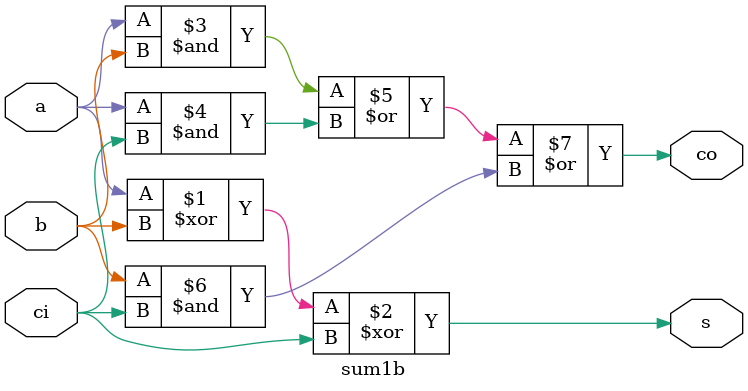
<source format=v>
module sum1b (
	input wire a, b, ci,
	output wire s, co
	);
	
	assign s = a ^ b ^ ci;
	assign co = (a & b) | (a & ci) | (b & ci);

endmodule
	
</source>
